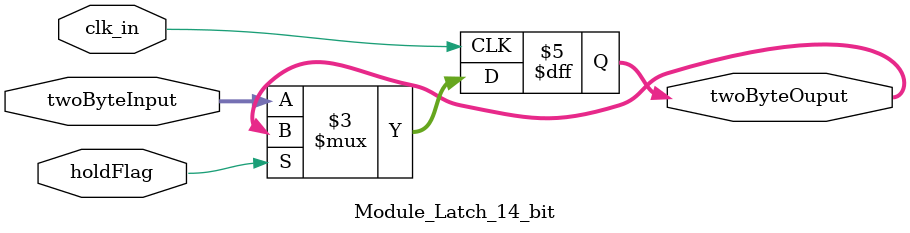
<source format=v>
/***************************/
/*** Module_Latch_14_bit ***/
/***************************/

module	Module_Latch_14_bit	(	clk_in,
					holdFlag,
					twoByteInput,

					twoByteOuput);

input		clk_in;
input		holdFlag;
input	[13:0]	twoByteInput;

output	[13:0]	twoByteOuput;

reg	[13:0]	twoByteOuput;


always @(posedge clk_in) begin
	if (!holdFlag) twoByteOuput <= twoByteInput;
end

endmodule

</source>
